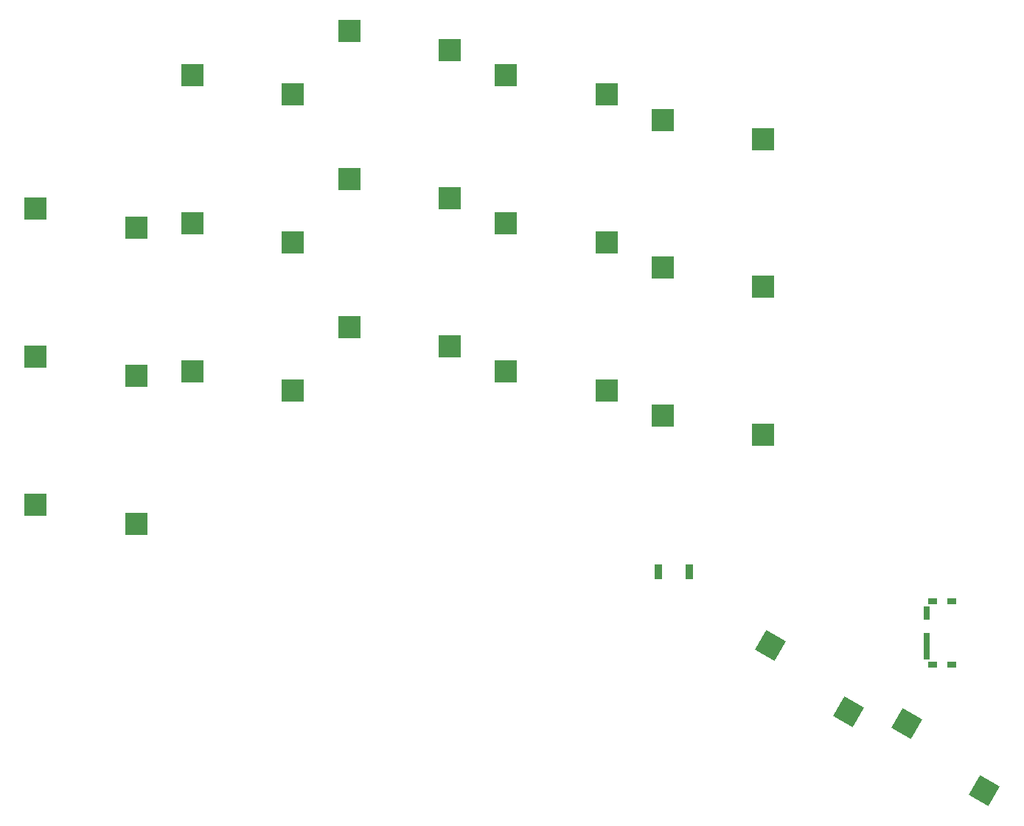
<source format=gbr>
%TF.GenerationSoftware,KiCad,Pcbnew,(6.0.6-1)-1*%
%TF.CreationDate,2023-03-28T00:01:58-05:00*%
%TF.ProjectId,smcboard,736d6362-6f61-4726-942e-6b696361645f,v1.0.0*%
%TF.SameCoordinates,Original*%
%TF.FileFunction,Paste,Bot*%
%TF.FilePolarity,Positive*%
%FSLAX46Y46*%
G04 Gerber Fmt 4.6, Leading zero omitted, Abs format (unit mm)*
G04 Created by KiCad (PCBNEW (6.0.6-1)-1) date 2023-03-28 00:01:58*
%MOMM*%
%LPD*%
G01*
G04 APERTURE LIST*
G04 Aperture macros list*
%AMRotRect*
0 Rectangle, with rotation*
0 The origin of the aperture is its center*
0 $1 length*
0 $2 width*
0 $3 Rotation angle, in degrees counterclockwise*
0 Add horizontal line*
21,1,$1,$2,0,0,$3*%
G04 Aperture macros list end*
%ADD10R,0.900000X1.700000*%
%ADD11R,0.700000X1.500000*%
%ADD12R,1.000000X0.800000*%
%ADD13R,2.600000X2.600000*%
%ADD14RotRect,2.600000X2.600000X330.000000*%
G04 APERTURE END LIST*
D10*
%TO.C,*%
X217475000Y-167800000D03*
X221075000Y-167800000D03*
%TD*%
D11*
%TO.C,*%
X248345000Y-172550000D03*
X248345000Y-175550000D03*
X248345000Y-177050000D03*
D12*
X251205000Y-171150000D03*
X251205000Y-178450000D03*
X248995000Y-178450000D03*
X248995000Y-171150000D03*
%TD*%
D13*
%TO.C,S1*%
X146000000Y-160050000D03*
X157550000Y-162250000D03*
%TD*%
%TO.C,S2*%
X146000000Y-143050000D03*
X157550000Y-145250000D03*
%TD*%
%TO.C,S3*%
X146000000Y-126050000D03*
X157550000Y-128250000D03*
%TD*%
%TO.C,S4*%
X164000000Y-144750000D03*
X175550000Y-146950000D03*
%TD*%
%TO.C,S5*%
X164000000Y-127750000D03*
X175550000Y-129950000D03*
%TD*%
%TO.C,S6*%
X164000000Y-110750000D03*
X175550000Y-112950000D03*
%TD*%
%TO.C,S7*%
X182000000Y-139650000D03*
X193550000Y-141850000D03*
%TD*%
%TO.C,S8*%
X182000000Y-122650000D03*
X193550000Y-124850000D03*
%TD*%
%TO.C,S9*%
X182000000Y-105650000D03*
X193550000Y-107850000D03*
%TD*%
%TO.C,S10*%
X200000000Y-144750000D03*
X211550000Y-146950000D03*
%TD*%
%TO.C,S11*%
X200000000Y-127750000D03*
X211550000Y-129950000D03*
%TD*%
%TO.C,S12*%
X200000000Y-110750000D03*
X211550000Y-112950000D03*
%TD*%
%TO.C,S13*%
X218000000Y-149850000D03*
X229550000Y-152050000D03*
%TD*%
%TO.C,S14*%
X218000000Y-132850000D03*
X229550000Y-135050000D03*
%TD*%
%TO.C,S15*%
X218000000Y-115850000D03*
X229550000Y-118050000D03*
%TD*%
D14*
%TO.C,S16*%
X230413767Y-176209649D03*
X239316360Y-183889905D03*
%TD*%
%TO.C,S17*%
X246002224Y-185209649D03*
X254904817Y-192889905D03*
%TD*%
M02*

</source>
